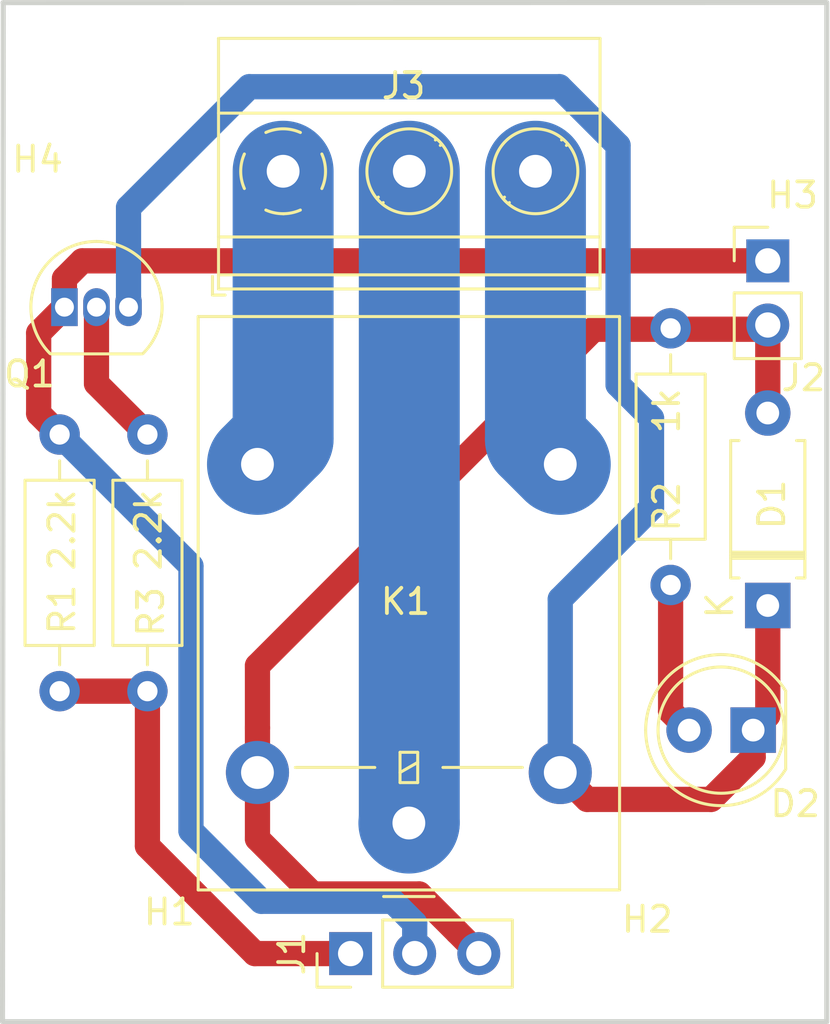
<source format=kicad_pcb>
(kicad_pcb (version 20171130) (host pcbnew 5.0.0-fee4fd1~66~ubuntu14.04.1)

  (general
    (thickness 1.6)
    (drawings 4)
    (tracks 54)
    (zones 0)
    (modules 14)
    (nets 14)
  )

  (page A4)
  (layers
    (0 F.Cu signal)
    (31 B.Cu signal)
    (32 B.Adhes user)
    (33 F.Adhes user)
    (34 B.Paste user)
    (35 F.Paste user)
    (36 B.SilkS user)
    (37 F.SilkS user)
    (38 B.Mask user)
    (39 F.Mask user)
    (40 Dwgs.User user)
    (41 Cmts.User user)
    (42 Eco1.User user)
    (43 Eco2.User user)
    (44 Edge.Cuts user)
    (45 Margin user)
    (46 B.CrtYd user)
    (47 F.CrtYd user)
    (48 B.Fab user)
    (49 F.Fab user)
  )

  (setup
    (last_trace_width 1)
    (user_trace_width 1)
    (user_trace_width 4)
    (trace_clearance 0.2)
    (zone_clearance 0.508)
    (zone_45_only no)
    (trace_min 0.2)
    (segment_width 0.2)
    (edge_width 0.1)
    (via_size 0.8)
    (via_drill 0.4)
    (via_min_size 0.4)
    (via_min_drill 0.3)
    (uvia_size 0.3)
    (uvia_drill 0.1)
    (uvias_allowed no)
    (uvia_min_size 0.2)
    (uvia_min_drill 0.1)
    (pcb_text_width 0.3)
    (pcb_text_size 1.5 1.5)
    (mod_edge_width 0.15)
    (mod_text_size 1 1)
    (mod_text_width 0.15)
    (pad_size 1.5 1.5)
    (pad_drill 0.6)
    (pad_to_mask_clearance 0)
    (aux_axis_origin 0 0)
    (visible_elements FFFFFF7F)
    (pcbplotparams
      (layerselection 0x010fc_ffffffff)
      (usegerberextensions false)
      (usegerberattributes false)
      (usegerberadvancedattributes false)
      (creategerberjobfile false)
      (excludeedgelayer true)
      (linewidth 0.100000)
      (plotframeref false)
      (viasonmask false)
      (mode 1)
      (useauxorigin false)
      (hpglpennumber 1)
      (hpglpenspeed 20)
      (hpglpendiameter 15.000000)
      (psnegative false)
      (psa4output false)
      (plotreference true)
      (plotvalue true)
      (plotinvisibletext false)
      (padsonsilk false)
      (subtractmaskfromsilk false)
      (outputformat 1)
      (mirror false)
      (drillshape 1)
      (scaleselection 1)
      (outputdirectory ""))
  )

  (net 0 "")
  (net 1 "Net-(D1-Pad1)")
  (net 2 VCC)
  (net 3 "Net-(D2-Pad2)")
  (net 4 "Net-(H1-Pad1)")
  (net 5 "Net-(H2-Pad1)")
  (net 6 "Net-(H3-Pad1)")
  (net 7 "Net-(H4-Pad1)")
  (net 8 trigger)
  (net 9 GND)
  (net 10 relay_off)
  (net 11 relay_arm)
  (net 12 relay_on)
  (net 13 "Net-(Q1-Pad2)")

  (net_class Default "This is the default net class."
    (clearance 0.2)
    (trace_width 0.25)
    (via_dia 0.8)
    (via_drill 0.4)
    (uvia_dia 0.3)
    (uvia_drill 0.1)
    (add_net GND)
    (add_net "Net-(D1-Pad1)")
    (add_net "Net-(D2-Pad2)")
    (add_net "Net-(H1-Pad1)")
    (add_net "Net-(H2-Pad1)")
    (add_net "Net-(H3-Pad1)")
    (add_net "Net-(H4-Pad1)")
    (add_net "Net-(Q1-Pad2)")
    (add_net VCC)
    (add_net relay_arm)
    (add_net relay_off)
    (add_net relay_on)
    (add_net trigger)
  )

  (module Diode_THT:D_A-405_P7.62mm_Horizontal (layer F.Cu) (tedit 5AE50CD5) (tstamp 5C0C9056)
    (at 114.20856 81.8896 90)
    (descr "Diode, A-405 series, Axial, Horizontal, pin pitch=7.62mm, , length*diameter=5.2*2.7mm^2, , http://www.diodes.com/_files/packages/A-405.pdf")
    (tags "Diode A-405 series Axial Horizontal pin pitch 7.62mm  length 5.2mm diameter 2.7mm")
    (path /5BE01E1F)
    (fp_text reference D1 (at 4.00304 0.15748 270) (layer F.SilkS)
      (effects (font (size 1 1) (thickness 0.15)))
    )
    (fp_text value 1N4004 (at 2.8956 1.63576 90) (layer F.Fab)
      (effects (font (size 1 1) (thickness 0.15)))
    )
    (fp_line (start 1.21 -1.35) (end 1.21 1.35) (layer F.Fab) (width 0.1))
    (fp_line (start 1.21 1.35) (end 6.41 1.35) (layer F.Fab) (width 0.1))
    (fp_line (start 6.41 1.35) (end 6.41 -1.35) (layer F.Fab) (width 0.1))
    (fp_line (start 6.41 -1.35) (end 1.21 -1.35) (layer F.Fab) (width 0.1))
    (fp_line (start 0 0) (end 1.21 0) (layer F.Fab) (width 0.1))
    (fp_line (start 7.62 0) (end 6.41 0) (layer F.Fab) (width 0.1))
    (fp_line (start 1.99 -1.35) (end 1.99 1.35) (layer F.Fab) (width 0.1))
    (fp_line (start 2.09 -1.35) (end 2.09 1.35) (layer F.Fab) (width 0.1))
    (fp_line (start 1.89 -1.35) (end 1.89 1.35) (layer F.Fab) (width 0.1))
    (fp_line (start 1.09 -1.14) (end 1.09 -1.47) (layer F.SilkS) (width 0.12))
    (fp_line (start 1.09 -1.47) (end 6.53 -1.47) (layer F.SilkS) (width 0.12))
    (fp_line (start 6.53 -1.47) (end 6.53 -1.14) (layer F.SilkS) (width 0.12))
    (fp_line (start 1.09 1.14) (end 1.09 1.47) (layer F.SilkS) (width 0.12))
    (fp_line (start 1.09 1.47) (end 6.53 1.47) (layer F.SilkS) (width 0.12))
    (fp_line (start 6.53 1.47) (end 6.53 1.14) (layer F.SilkS) (width 0.12))
    (fp_line (start 1.99 -1.47) (end 1.99 1.47) (layer F.SilkS) (width 0.12))
    (fp_line (start 2.11 -1.47) (end 2.11 1.47) (layer F.SilkS) (width 0.12))
    (fp_line (start 1.87 -1.47) (end 1.87 1.47) (layer F.SilkS) (width 0.12))
    (fp_line (start -1.15 -1.6) (end -1.15 1.6) (layer F.CrtYd) (width 0.05))
    (fp_line (start -1.15 1.6) (end 8.77 1.6) (layer F.CrtYd) (width 0.05))
    (fp_line (start 8.77 1.6) (end 8.77 -1.6) (layer F.CrtYd) (width 0.05))
    (fp_line (start 8.77 -1.6) (end -1.15 -1.6) (layer F.CrtYd) (width 0.05))
    (fp_text user %R (at 3.7719 0.0635 90) (layer F.Fab)
      (effects (font (size 1 1) (thickness 0.15)))
    )
    (fp_text user K (at 0 -1.9 90) (layer F.Fab)
      (effects (font (size 1 1) (thickness 0.15)))
    )
    (fp_text user K (at 0 -1.9 90) (layer F.SilkS)
      (effects (font (size 1 1) (thickness 0.15)))
    )
    (pad 1 thru_hole rect (at 0 0 90) (size 1.8 1.8) (drill 0.9) (layers *.Cu *.Mask)
      (net 1 "Net-(D1-Pad1)"))
    (pad 2 thru_hole oval (at 7.62 0 90) (size 1.8 1.8) (drill 0.9) (layers *.Cu *.Mask)
      (net 2 VCC))
    (model ${KISYS3DMOD}/Diode_THT.3dshapes/D_A-405_P7.62mm_Horizontal.wrl
      (at (xyz 0 0 0))
      (scale (xyz 1 1 1))
      (rotate (xyz 0 0 0))
    )
  )

  (module LED_THT:LED_D5.0mm (layer F.Cu) (tedit 5995936A) (tstamp 5C0C8632)
    (at 113.62944 86.82228 180)
    (descr "LED, diameter 5.0mm, 2 pins, http://cdn-reichelt.de/documents/datenblatt/A500/LL-504BC2E-009.pdf")
    (tags "LED diameter 5.0mm 2 pins")
    (path /5BE01ED7)
    (fp_text reference D2 (at -1.66624 -2.91592 180) (layer F.SilkS)
      (effects (font (size 1 1) (thickness 0.15)))
    )
    (fp_text value LED (at 1.94564 -2.44348 180) (layer F.Fab)
      (effects (font (size 1 1) (thickness 0.15)))
    )
    (fp_arc (start 1.27 0) (end -1.23 -1.469694) (angle 299.1) (layer F.Fab) (width 0.1))
    (fp_arc (start 1.27 0) (end -1.29 -1.54483) (angle 148.9) (layer F.SilkS) (width 0.12))
    (fp_arc (start 1.27 0) (end -1.29 1.54483) (angle -148.9) (layer F.SilkS) (width 0.12))
    (fp_circle (center 1.27 0) (end 3.77 0) (layer F.Fab) (width 0.1))
    (fp_circle (center 1.27 0) (end 3.77 0) (layer F.SilkS) (width 0.12))
    (fp_line (start -1.23 -1.469694) (end -1.23 1.469694) (layer F.Fab) (width 0.1))
    (fp_line (start -1.29 -1.545) (end -1.29 1.545) (layer F.SilkS) (width 0.12))
    (fp_line (start -1.95 -3.25) (end -1.95 3.25) (layer F.CrtYd) (width 0.05))
    (fp_line (start -1.95 3.25) (end 4.5 3.25) (layer F.CrtYd) (width 0.05))
    (fp_line (start 4.5 3.25) (end 4.5 -3.25) (layer F.CrtYd) (width 0.05))
    (fp_line (start 4.5 -3.25) (end -1.95 -3.25) (layer F.CrtYd) (width 0.05))
    (fp_text user %R (at 1.25 0 180) (layer F.Fab)
      (effects (font (size 0.8 0.8) (thickness 0.2)))
    )
    (pad 1 thru_hole rect (at 0 0 180) (size 1.8 1.8) (drill 0.9) (layers *.Cu *.Mask)
      (net 1 "Net-(D1-Pad1)"))
    (pad 2 thru_hole circle (at 2.54 0 180) (size 1.8 1.8) (drill 0.9) (layers *.Cu *.Mask)
      (net 3 "Net-(D2-Pad2)"))
    (model ${KISYS3DMOD}/LED_THT.3dshapes/LED_D5.0mm.wrl
      (at (xyz 0 0 0))
      (scale (xyz 1 1 1))
      (rotate (xyz 0 0 0))
    )
  )

  (module MountingHole:MountingHole_3.2mm_M3 (layer F.Cu) (tedit 56D1B4CB) (tstamp 5C0C863A)
    (at 87.5919 93.7895)
    (descr "Mounting Hole 3.2mm, no annular, M3")
    (tags "mounting hole 3.2mm no annular m3")
    (path /5BE1572A)
    (attr virtual)
    (fp_text reference H1 (at 2.89814 0.23622) (layer F.SilkS)
      (effects (font (size 1 1) (thickness 0.15)))
    )
    (fp_text value MountingHole_Pad (at 3.72618 3.21818) (layer F.Fab)
      (effects (font (size 1 1) (thickness 0.15)))
    )
    (fp_text user %R (at 0.3 0) (layer F.Fab)
      (effects (font (size 1 1) (thickness 0.15)))
    )
    (fp_circle (center 0 0) (end 3.2 0) (layer Cmts.User) (width 0.15))
    (fp_circle (center 0 0) (end 3.45 0) (layer F.CrtYd) (width 0.05))
    (pad 1 np_thru_hole circle (at 0 0) (size 3.2 3.2) (drill 3.2) (layers *.Cu *.Mask)
      (net 4 "Net-(H1-Pad1)"))
  )

  (module MountingHole:MountingHole_3.2mm_M3 (layer F.Cu) (tedit 56D1B4CB) (tstamp 5C0C8642)
    (at 112.3696 93.98)
    (descr "Mounting Hole 3.2mm, no annular, M3")
    (tags "mounting hole 3.2mm no annular m3")
    (path /5BE164A2)
    (attr virtual)
    (fp_text reference H2 (at -2.93624 0.33528) (layer F.SilkS)
      (effects (font (size 1 1) (thickness 0.15)))
    )
    (fp_text value MountingHole_Pad (at -3.34772 3.02768) (layer F.Fab)
      (effects (font (size 1 1) (thickness 0.15)))
    )
    (fp_circle (center 0 0) (end 3.45 0) (layer F.CrtYd) (width 0.05))
    (fp_circle (center 0 0) (end 3.2 0) (layer Cmts.User) (width 0.15))
    (fp_text user %R (at 0.3 0) (layer F.Fab)
      (effects (font (size 1 1) (thickness 0.15)))
    )
    (pad 1 np_thru_hole circle (at 0 0) (size 3.2 3.2) (drill 3.2) (layers *.Cu *.Mask)
      (net 5 "Net-(H2-Pad1)"))
  )

  (module MountingHole:MountingHole_3.2mm_M3 (layer F.Cu) (tedit 56D1B4CB) (tstamp 5C0C864A)
    (at 112.0267 62.6491)
    (descr "Mounting Hole 3.2mm, no annular, M3")
    (tags "mounting hole 3.2mm no annular m3")
    (path /5BE164D6)
    (attr virtual)
    (fp_text reference H3 (at 3.1623 2.99466) (layer F.SilkS)
      (effects (font (size 1 1) (thickness 0.15)))
    )
    (fp_text value MountingHole_Pad (at -2.82194 -2.62382) (layer F.Fab)
      (effects (font (size 1 1) (thickness 0.15)))
    )
    (fp_text user %R (at 0.3 0) (layer F.Fab)
      (effects (font (size 1 1) (thickness 0.15)))
    )
    (fp_circle (center 0 0) (end 3.2 0) (layer Cmts.User) (width 0.15))
    (fp_circle (center 0 0) (end 3.45 0) (layer F.CrtYd) (width 0.05))
    (pad 1 np_thru_hole circle (at 0 0) (size 3.2 3.2) (drill 3.2) (layers *.Cu *.Mask)
      (net 6 "Net-(H3-Pad1)"))
  )

  (module MountingHole:MountingHole_3.2mm_M3 (layer F.Cu) (tedit 56D1B4CB) (tstamp 5C0C8652)
    (at 87.8205 62.8523)
    (descr "Mounting Hole 3.2mm, no annular, M3")
    (tags "mounting hole 3.2mm no annular m3")
    (path /5BE16506)
    (attr virtual)
    (fp_text reference H4 (at -2.5527 1.37414) (layer F.SilkS)
      (effects (font (size 1 1) (thickness 0.15)))
    )
    (fp_text value MountingHole_Pad (at 3.50774 -2.7051) (layer F.Fab)
      (effects (font (size 1 1) (thickness 0.15)))
    )
    (fp_circle (center 0 0) (end 3.45 0) (layer F.CrtYd) (width 0.05))
    (fp_circle (center 0 0) (end 3.2 0) (layer Cmts.User) (width 0.15))
    (fp_text user %R (at 0.3 0) (layer F.Fab)
      (effects (font (size 1 1) (thickness 0.15)))
    )
    (pad 1 np_thru_hole circle (at 0 0) (size 3.2 3.2) (drill 3.2) (layers *.Cu *.Mask)
      (net 7 "Net-(H4-Pad1)"))
  )

  (module Connector_PinHeader_2.54mm:PinHeader_1x03_P2.54mm_Vertical (layer F.Cu) (tedit 59FED5CC) (tstamp 5C0C8669)
    (at 97.6757 95.6691 90)
    (descr "Through hole straight pin header, 1x03, 2.54mm pitch, single row")
    (tags "Through hole pin header THT 1x03 2.54mm single row")
    (path /5BDFCBAA)
    (fp_text reference J1 (at 0 -2.33 90) (layer F.SilkS)
      (effects (font (size 1 1) (thickness 0.15)))
    )
    (fp_text value "trigger input" (at 1.90246 2.2225 180) (layer F.Fab)
      (effects (font (size 1 1) (thickness 0.15)))
    )
    (fp_line (start -0.635 -1.27) (end 1.27 -1.27) (layer F.Fab) (width 0.1))
    (fp_line (start 1.27 -1.27) (end 1.27 6.35) (layer F.Fab) (width 0.1))
    (fp_line (start 1.27 6.35) (end -1.27 6.35) (layer F.Fab) (width 0.1))
    (fp_line (start -1.27 6.35) (end -1.27 -0.635) (layer F.Fab) (width 0.1))
    (fp_line (start -1.27 -0.635) (end -0.635 -1.27) (layer F.Fab) (width 0.1))
    (fp_line (start -1.33 6.41) (end 1.33 6.41) (layer F.SilkS) (width 0.12))
    (fp_line (start -1.33 1.27) (end -1.33 6.41) (layer F.SilkS) (width 0.12))
    (fp_line (start 1.33 1.27) (end 1.33 6.41) (layer F.SilkS) (width 0.12))
    (fp_line (start -1.33 1.27) (end 1.33 1.27) (layer F.SilkS) (width 0.12))
    (fp_line (start -1.33 0) (end -1.33 -1.33) (layer F.SilkS) (width 0.12))
    (fp_line (start -1.33 -1.33) (end 0 -1.33) (layer F.SilkS) (width 0.12))
    (fp_line (start -1.8 -1.8) (end -1.8 6.85) (layer F.CrtYd) (width 0.05))
    (fp_line (start -1.8 6.85) (end 1.8 6.85) (layer F.CrtYd) (width 0.05))
    (fp_line (start 1.8 6.85) (end 1.8 -1.8) (layer F.CrtYd) (width 0.05))
    (fp_line (start 1.8 -1.8) (end -1.8 -1.8) (layer F.CrtYd) (width 0.05))
    (fp_text user %R (at 0 2.54 180) (layer F.Fab)
      (effects (font (size 1 1) (thickness 0.15)))
    )
    (pad 1 thru_hole rect (at 0 0 90) (size 1.7 1.7) (drill 1) (layers *.Cu *.Mask)
      (net 8 trigger))
    (pad 2 thru_hole oval (at 0 2.54 90) (size 1.7 1.7) (drill 1) (layers *.Cu *.Mask)
      (net 9 GND))
    (pad 3 thru_hole oval (at 0 5.08 90) (size 1.7 1.7) (drill 1) (layers *.Cu *.Mask)
      (net 2 VCC))
    (model ${KISYS3DMOD}/Connector_PinHeader_2.54mm.3dshapes/PinHeader_1x03_P2.54mm_Vertical.wrl
      (at (xyz 0 0 0))
      (scale (xyz 1 1 1))
      (rotate (xyz 0 0 0))
    )
  )

  (module TerminalBlock_Phoenix:TerminalBlock_Phoenix_MKDS-1,5-3_1x03_P5.00mm_Horizontal (layer F.Cu) (tedit 5B294EE5) (tstamp 5C0C86B5)
    (at 95.00108 64.69888)
    (descr "Terminal Block Phoenix MKDS-1,5-3, 3 pins, pitch 5mm, size 15x9.8mm^2, drill diamater 1.3mm, pad diameter 2.6mm, see http://www.farnell.com/datasheets/100425.pdf, script-generated using https://github.com/pointhi/kicad-footprint-generator/scripts/TerminalBlock_Phoenix")
    (tags "THT Terminal Block Phoenix MKDS-1,5-3 pitch 5mm size 15x9.8mm^2 drill 1.3mm pad 2.6mm")
    (path /5BE01C50)
    (fp_text reference J3 (at 4.7752 -3.38328) (layer F.SilkS)
      (effects (font (size 1 1) (thickness 0.15)))
    )
    (fp_text value "output terminal" (at 5 5.66) (layer F.Fab)
      (effects (font (size 1 1) (thickness 0.15)))
    )
    (fp_arc (start 0 0) (end 0 1.68) (angle -24) (layer F.SilkS) (width 0.12))
    (fp_arc (start 0 0) (end 1.535 0.684) (angle -48) (layer F.SilkS) (width 0.12))
    (fp_arc (start 0 0) (end 0.684 -1.535) (angle -48) (layer F.SilkS) (width 0.12))
    (fp_arc (start 0 0) (end -1.535 -0.684) (angle -48) (layer F.SilkS) (width 0.12))
    (fp_arc (start 0 0) (end -0.684 1.535) (angle -25) (layer F.SilkS) (width 0.12))
    (fp_circle (center 0 0) (end 1.5 0) (layer F.Fab) (width 0.1))
    (fp_circle (center 5 0) (end 6.5 0) (layer F.Fab) (width 0.1))
    (fp_circle (center 5 0) (end 6.68 0) (layer F.SilkS) (width 0.12))
    (fp_circle (center 10 0) (end 11.5 0) (layer F.Fab) (width 0.1))
    (fp_circle (center 10 0) (end 11.68 0) (layer F.SilkS) (width 0.12))
    (fp_line (start -2.5 -5.2) (end 12.5 -5.2) (layer F.Fab) (width 0.1))
    (fp_line (start 12.5 -5.2) (end 12.5 4.6) (layer F.Fab) (width 0.1))
    (fp_line (start 12.5 4.6) (end -2 4.6) (layer F.Fab) (width 0.1))
    (fp_line (start -2 4.6) (end -2.5 4.1) (layer F.Fab) (width 0.1))
    (fp_line (start -2.5 4.1) (end -2.5 -5.2) (layer F.Fab) (width 0.1))
    (fp_line (start -2.5 4.1) (end 12.5 4.1) (layer F.Fab) (width 0.1))
    (fp_line (start -2.56 4.1) (end 12.56 4.1) (layer F.SilkS) (width 0.12))
    (fp_line (start -2.5 2.6) (end 12.5 2.6) (layer F.Fab) (width 0.1))
    (fp_line (start -2.56 2.6) (end 12.56 2.6) (layer F.SilkS) (width 0.12))
    (fp_line (start -2.5 -2.3) (end 12.5 -2.3) (layer F.Fab) (width 0.1))
    (fp_line (start -2.56 -2.301) (end 12.56 -2.301) (layer F.SilkS) (width 0.12))
    (fp_line (start -2.56 -5.261) (end 12.56 -5.261) (layer F.SilkS) (width 0.12))
    (fp_line (start -2.56 4.66) (end 12.56 4.66) (layer F.SilkS) (width 0.12))
    (fp_line (start -2.56 -5.261) (end -2.56 4.66) (layer F.SilkS) (width 0.12))
    (fp_line (start 12.56 -5.261) (end 12.56 4.66) (layer F.SilkS) (width 0.12))
    (fp_line (start 1.138 -0.955) (end -0.955 1.138) (layer F.Fab) (width 0.1))
    (fp_line (start 0.955 -1.138) (end -1.138 0.955) (layer F.Fab) (width 0.1))
    (fp_line (start 6.138 -0.955) (end 4.046 1.138) (layer F.Fab) (width 0.1))
    (fp_line (start 5.955 -1.138) (end 3.863 0.955) (layer F.Fab) (width 0.1))
    (fp_line (start 6.275 -1.069) (end 6.228 -1.023) (layer F.SilkS) (width 0.12))
    (fp_line (start 3.966 1.239) (end 3.931 1.274) (layer F.SilkS) (width 0.12))
    (fp_line (start 6.07 -1.275) (end 6.035 -1.239) (layer F.SilkS) (width 0.12))
    (fp_line (start 3.773 1.023) (end 3.726 1.069) (layer F.SilkS) (width 0.12))
    (fp_line (start 11.138 -0.955) (end 9.046 1.138) (layer F.Fab) (width 0.1))
    (fp_line (start 10.955 -1.138) (end 8.863 0.955) (layer F.Fab) (width 0.1))
    (fp_line (start 11.275 -1.069) (end 11.228 -1.023) (layer F.SilkS) (width 0.12))
    (fp_line (start 8.966 1.239) (end 8.931 1.274) (layer F.SilkS) (width 0.12))
    (fp_line (start 11.07 -1.275) (end 11.035 -1.239) (layer F.SilkS) (width 0.12))
    (fp_line (start 8.773 1.023) (end 8.726 1.069) (layer F.SilkS) (width 0.12))
    (fp_line (start -2.8 4.16) (end -2.8 4.9) (layer F.SilkS) (width 0.12))
    (fp_line (start -2.8 4.9) (end -2.3 4.9) (layer F.SilkS) (width 0.12))
    (fp_line (start -3 -5.71) (end -3 5.1) (layer F.CrtYd) (width 0.05))
    (fp_line (start -3 5.1) (end 13 5.1) (layer F.CrtYd) (width 0.05))
    (fp_line (start 13 5.1) (end 13 -5.71) (layer F.CrtYd) (width 0.05))
    (fp_line (start 13 -5.71) (end -3 -5.71) (layer F.CrtYd) (width 0.05))
    (fp_text user %R (at 5 3.2) (layer F.Fab)
      (effects (font (size 1 1) (thickness 0.15)))
    )
    (pad 1 thru_hole rect (at 0 0) (size 2.6 2.6) (drill 1.3) (layers *.Cu *.Mask)
      (net 10 relay_off))
    (pad 2 thru_hole circle (at 5 0) (size 2.6 2.6) (drill 1.3) (layers *.Cu *.Mask)
      (net 11 relay_arm))
    (pad 3 thru_hole circle (at 10 0) (size 2.6 2.6) (drill 1.3) (layers *.Cu *.Mask)
      (net 12 relay_on))
    (model ${KISYS3DMOD}/TerminalBlock_Phoenix.3dshapes/TerminalBlock_Phoenix_MKDS-1,5-3_1x03_P5.00mm_Horizontal.wrl
      (at (xyz 0 0 0))
      (scale (xyz 1 1 1))
      (rotate (xyz 0 0 0))
    )
  )

  (module Relay_THT:Relay_SPDT_Omron-G5LE-1 (layer F.Cu) (tedit 5AE38B37) (tstamp 5C0C86D7)
    (at 99.98456 90.5002 180)
    (descr "Omron Relay SPDT, http://www.omron.com/ecb/products/pdf/en-g5le.pdf")
    (tags "Omron Relay SPDT")
    (path /5BDFC8EE)
    (fp_text reference K1 (at 0.13208 8.76808 180) (layer F.SilkS)
      (effects (font (size 1 1) (thickness 0.15)))
    )
    (fp_text value G5LE-1 (at 0 20.95 180) (layer F.Fab)
      (effects (font (size 1 1) (thickness 0.15)))
    )
    (fp_line (start 0 -1.55) (end 1 -2.55) (layer F.Fab) (width 0.1))
    (fp_line (start 1 -2.55) (end 8.25 -2.55) (layer F.Fab) (width 0.1))
    (fp_line (start 8.25 -2.55) (end 8.25 19.95) (layer F.Fab) (width 0.1))
    (fp_line (start 8.25 19.95) (end -8.25 19.95) (layer F.Fab) (width 0.1))
    (fp_line (start -8.25 19.95) (end -8.25 -2.55) (layer F.Fab) (width 0.1))
    (fp_line (start -8.25 -2.55) (end -1 -2.55) (layer F.Fab) (width 0.1))
    (fp_line (start -1 -2.55) (end 0 -1.55) (layer F.Fab) (width 0.1))
    (fp_line (start -4.5 2) (end 4.5 2) (layer F.Fab) (width 0.1))
    (fp_line (start 8.35 20.05) (end 8.35 -2.65) (layer F.SilkS) (width 0.12))
    (fp_line (start 8.35 -2.65) (end -8.35 -2.65) (layer F.SilkS) (width 0.12))
    (fp_line (start -8.35 -2.65) (end -8.35 20.05) (layer F.SilkS) (width 0.12))
    (fp_line (start -8.35 20.05) (end 8.35 20.05) (layer F.SilkS) (width 0.12))
    (fp_line (start -0.35 2.4) (end 0.35 2) (layer F.SilkS) (width 0.12))
    (fp_line (start 0.35 2.8) (end 0.35 1.6) (layer F.SilkS) (width 0.12))
    (fp_line (start 0.35 1.6) (end -0.35 1.6) (layer F.SilkS) (width 0.12))
    (fp_line (start -0.35 1.6) (end -0.35 2.8) (layer F.SilkS) (width 0.12))
    (fp_line (start -0.35 2.8) (end 0.35 2.8) (layer F.SilkS) (width 0.12))
    (fp_line (start -1 -2.91) (end 1 -2.91) (layer F.SilkS) (width 0.12))
    (fp_line (start -4.5 2.2) (end -1.35 2.2) (layer F.SilkS) (width 0.12))
    (fp_line (start 1.35 2.2) (end 4.5 2.2) (layer F.SilkS) (width 0.12))
    (fp_line (start 8.5 20.2) (end 8.5 -2.8) (layer F.CrtYd) (width 0.05))
    (fp_line (start 8.5 -2.8) (end -8.5 -2.8) (layer F.CrtYd) (width 0.05))
    (fp_line (start -8.5 -2.8) (end -8.5 20.2) (layer F.CrtYd) (width 0.05))
    (fp_line (start -8.5 20.2) (end 8.5 20.2) (layer F.CrtYd) (width 0.05))
    (fp_text user %R (at 0 8.7 180) (layer F.Fab)
      (effects (font (size 1 1) (thickness 0.15)))
    )
    (pad 1 thru_hole rect (at 0 0 180) (size 2.5 2.5) (drill 1.3) (layers *.Cu *.Mask)
      (net 11 relay_arm))
    (pad 2 thru_hole oval (at -6 2 180) (size 2.5 2.5) (drill 1.3) (layers *.Cu *.Mask)
      (net 1 "Net-(D1-Pad1)"))
    (pad 3 thru_hole oval (at -6 14.2 180) (size 2.5 2.5) (drill 1.3) (layers *.Cu *.Mask)
      (net 12 relay_on))
    (pad 4 thru_hole oval (at 6 14.2 180) (size 2.5 2.5) (drill 1.3) (layers *.Cu *.Mask)
      (net 10 relay_off))
    (pad 5 thru_hole oval (at 6 2 180) (size 2.5 2.5) (drill 1.3) (layers *.Cu *.Mask)
      (net 2 VCC))
    (model ${KISYS3DMOD}/Relay_THT.3dshapes/Relay_SPDT_Omron-G5LE-1.wrl
      (at (xyz 0 0 0))
      (scale (xyz 1 1 1))
      (rotate (xyz 0 0 0))
    )
  )

  (module Package_TO_SOT_THT:TO-92_Inline (layer F.Cu) (tedit 5A1DD157) (tstamp 5C0C86E9)
    (at 86.3346 70.0786)
    (descr "TO-92 leads in-line, narrow, oval pads, drill 0.75mm (see NXP sot054_po.pdf)")
    (tags "to-92 sc-43 sc-43a sot54 PA33 transistor")
    (path /5BE1FF64)
    (fp_text reference Q1 (at -1.38176 2.64668) (layer F.SilkS)
      (effects (font (size 1 1) (thickness 0.15)))
    )
    (fp_text value PN2222A (at 1.17348 2.7686) (layer F.Fab)
      (effects (font (size 1 1) (thickness 0.15)))
    )
    (fp_text user %R (at 1.27 -3.56) (layer F.Fab)
      (effects (font (size 1 1) (thickness 0.15)))
    )
    (fp_line (start -0.53 1.85) (end 3.07 1.85) (layer F.SilkS) (width 0.12))
    (fp_line (start -0.5 1.75) (end 3 1.75) (layer F.Fab) (width 0.1))
    (fp_line (start -1.46 -2.73) (end 4 -2.73) (layer F.CrtYd) (width 0.05))
    (fp_line (start -1.46 -2.73) (end -1.46 2.01) (layer F.CrtYd) (width 0.05))
    (fp_line (start 4 2.01) (end 4 -2.73) (layer F.CrtYd) (width 0.05))
    (fp_line (start 4 2.01) (end -1.46 2.01) (layer F.CrtYd) (width 0.05))
    (fp_arc (start 1.27 0) (end 1.27 -2.48) (angle 135) (layer F.Fab) (width 0.1))
    (fp_arc (start 1.27 0) (end 1.27 -2.6) (angle -135) (layer F.SilkS) (width 0.12))
    (fp_arc (start 1.27 0) (end 1.27 -2.48) (angle -135) (layer F.Fab) (width 0.1))
    (fp_arc (start 1.27 0) (end 1.27 -2.6) (angle 135) (layer F.SilkS) (width 0.12))
    (pad 2 thru_hole oval (at 1.27 0) (size 1.05 1.5) (drill 0.75) (layers *.Cu *.Mask)
      (net 13 "Net-(Q1-Pad2)"))
    (pad 3 thru_hole oval (at 2.54 0) (size 1.05 1.5) (drill 0.75) (layers *.Cu *.Mask)
      (net 1 "Net-(D1-Pad1)"))
    (pad 1 thru_hole rect (at 0 0) (size 1.05 1.5) (drill 0.75) (layers *.Cu *.Mask)
      (net 9 GND))
    (model ${KISYS3DMOD}/Package_TO_SOT_THT.3dshapes/TO-92_Inline.wrl
      (at (xyz 0 0 0))
      (scale (xyz 1 1 1))
      (rotate (xyz 0 0 0))
    )
  )

  (module Resistor_THT:R_Axial_DIN0207_L6.3mm_D2.5mm_P10.16mm_Horizontal (layer F.Cu) (tedit 5BC814FF) (tstamp 5C0C8700)
    (at 86.1441 75.1205 270)
    (descr "Resistor, Axial_DIN0207 series, Axial, Horizontal, pin pitch=10.16mm, 0.25W = 1/4W, length*diameter=6.3*2.5mm^2, http://cdn-reichelt.de/documents/datenblatt/B400/1_4W%23YAG.pdf")
    (tags "Resistor Axial_DIN0207 series Axial Horizontal pin pitch 10.16mm 0.25W = 1/4W length 6.3mm diameter 2.5mm")
    (path /5BE1D8E2)
    (fp_text reference R1 (at 6.92658 -0.09398 90) (layer F.SilkS)
      (effects (font (size 1 1) (thickness 0.15)))
    )
    (fp_text value 2.2k (at 3.78206 -0.09398 90) (layer F.SilkS)
      (effects (font (size 1 1) (thickness 0.15)))
    )
    (fp_line (start 1.93 -1.25) (end 1.93 1.25) (layer F.Fab) (width 0.1))
    (fp_line (start 1.93 1.25) (end 8.23 1.25) (layer F.Fab) (width 0.1))
    (fp_line (start 8.23 1.25) (end 8.23 -1.25) (layer F.Fab) (width 0.1))
    (fp_line (start 8.23 -1.25) (end 1.93 -1.25) (layer F.Fab) (width 0.1))
    (fp_line (start 0 0) (end 1.93 0) (layer F.Fab) (width 0.1))
    (fp_line (start 10.16 0) (end 8.23 0) (layer F.Fab) (width 0.1))
    (fp_line (start 1.81 -1.37) (end 1.81 1.37) (layer F.SilkS) (width 0.12))
    (fp_line (start 1.81 1.37) (end 8.35 1.37) (layer F.SilkS) (width 0.12))
    (fp_line (start 8.35 1.37) (end 8.35 -1.37) (layer F.SilkS) (width 0.12))
    (fp_line (start 8.35 -1.37) (end 1.81 -1.37) (layer F.SilkS) (width 0.12))
    (fp_line (start 1.04 0) (end 1.81 0) (layer F.SilkS) (width 0.12))
    (fp_line (start 9.12 0) (end 8.35 0) (layer F.SilkS) (width 0.12))
    (fp_line (start -1.05 -1.5) (end -1.05 1.5) (layer F.CrtYd) (width 0.05))
    (fp_line (start -1.05 1.5) (end 11.21 1.5) (layer F.CrtYd) (width 0.05))
    (fp_line (start 11.21 1.5) (end 11.21 -1.5) (layer F.CrtYd) (width 0.05))
    (fp_line (start 11.21 -1.5) (end -1.05 -1.5) (layer F.CrtYd) (width 0.05))
    (fp_text user %R (at 5.08 0 270) (layer F.Fab)
      (effects (font (size 1 1) (thickness 0.15)))
    )
    (pad 1 thru_hole circle (at 0 0 270) (size 1.6 1.6) (drill 0.8) (layers *.Cu *.Mask)
      (net 9 GND))
    (pad 2 thru_hole oval (at 10.16 0 270) (size 1.6 1.6) (drill 0.8) (layers *.Cu *.Mask)
      (net 8 trigger))
    (model ${KISYS3DMOD}/Resistor_THT.3dshapes/R_Axial_DIN0207_L6.3mm_D2.5mm_P10.16mm_Horizontal.wrl
      (at (xyz 0 0 0))
      (scale (xyz 1 1 1))
      (rotate (xyz 0 0 0))
    )
  )

  (module Resistor_THT:R_Axial_DIN0207_L6.3mm_D2.5mm_P10.16mm_Horizontal (layer F.Cu) (tedit 5BC81539) (tstamp 5C0C9112)
    (at 110.35792 70.9168 270)
    (descr "Resistor, Axial_DIN0207 series, Axial, Horizontal, pin pitch=10.16mm, 0.25W = 1/4W, length*diameter=6.3*2.5mm^2, http://cdn-reichelt.de/documents/datenblatt/B400/1_4W%23YAG.pdf")
    (tags "Resistor Axial_DIN0207 series Axial Horizontal pin pitch 10.16mm 0.25W = 1/4W length 6.3mm diameter 2.5mm")
    (path /5BE01F43)
    (fp_text reference R2 (at 7.0612 0.15748 90) (layer F.SilkS)
      (effects (font (size 1 1) (thickness 0.15)))
    )
    (fp_text value 1k (at 3.26644 0.15748 270) (layer F.SilkS)
      (effects (font (size 1 1) (thickness 0.15)))
    )
    (fp_line (start 1.93 -1.25) (end 1.93 1.25) (layer F.Fab) (width 0.1))
    (fp_line (start 1.93 1.25) (end 8.23 1.25) (layer F.Fab) (width 0.1))
    (fp_line (start 8.23 1.25) (end 8.23 -1.25) (layer F.Fab) (width 0.1))
    (fp_line (start 8.23 -1.25) (end 1.93 -1.25) (layer F.Fab) (width 0.1))
    (fp_line (start 0 0) (end 1.93 0) (layer F.Fab) (width 0.1))
    (fp_line (start 10.16 0) (end 8.23 0) (layer F.Fab) (width 0.1))
    (fp_line (start 1.81 -1.37) (end 1.81 1.37) (layer F.SilkS) (width 0.12))
    (fp_line (start 1.81 1.37) (end 8.35 1.37) (layer F.SilkS) (width 0.12))
    (fp_line (start 8.35 1.37) (end 8.35 -1.37) (layer F.SilkS) (width 0.12))
    (fp_line (start 8.35 -1.37) (end 1.81 -1.37) (layer F.SilkS) (width 0.12))
    (fp_line (start 1.04 0) (end 1.81 0) (layer F.SilkS) (width 0.12))
    (fp_line (start 9.12 0) (end 8.35 0) (layer F.SilkS) (width 0.12))
    (fp_line (start -1.05 -1.5) (end -1.05 1.5) (layer F.CrtYd) (width 0.05))
    (fp_line (start -1.05 1.5) (end 11.21 1.5) (layer F.CrtYd) (width 0.05))
    (fp_line (start 11.21 1.5) (end 11.21 -1.5) (layer F.CrtYd) (width 0.05))
    (fp_line (start 11.21 -1.5) (end -1.05 -1.5) (layer F.CrtYd) (width 0.05))
    (fp_text user %R (at 5.08 0 270) (layer F.Fab)
      (effects (font (size 1 1) (thickness 0.15)))
    )
    (pad 1 thru_hole circle (at 0 0 270) (size 1.6 1.6) (drill 0.8) (layers *.Cu *.Mask)
      (net 2 VCC))
    (pad 2 thru_hole oval (at 10.16 0 270) (size 1.6 1.6) (drill 0.8) (layers *.Cu *.Mask)
      (net 3 "Net-(D2-Pad2)"))
    (model ${KISYS3DMOD}/Resistor_THT.3dshapes/R_Axial_DIN0207_L6.3mm_D2.5mm_P10.16mm_Horizontal.wrl
      (at (xyz 0 0 0))
      (scale (xyz 1 1 1))
      (rotate (xyz 0 0 0))
    )
  )

  (module Resistor_THT:R_Axial_DIN0207_L6.3mm_D2.5mm_P10.16mm_Horizontal (layer F.Cu) (tedit 5BC81528) (tstamp 5C0C8D1B)
    (at 89.6239 75.1205 270)
    (descr "Resistor, Axial_DIN0207 series, Axial, Horizontal, pin pitch=10.16mm, 0.25W = 1/4W, length*diameter=6.3*2.5mm^2, http://cdn-reichelt.de/documents/datenblatt/B400/1_4W%23YAG.pdf")
    (tags "Resistor Axial_DIN0207 series Axial Horizontal pin pitch 10.16mm 0.25W = 1/4W length 6.3mm diameter 2.5mm")
    (path /5BE02EEA)
    (fp_text reference R3 (at 7.01802 -0.12954 90) (layer F.SilkS)
      (effects (font (size 1 1) (thickness 0.15)))
    )
    (fp_text value 2.2k (at 3.78206 -0.0381 270) (layer F.SilkS)
      (effects (font (size 1 1) (thickness 0.15)))
    )
    (fp_text user %R (at 5.08 0 270) (layer F.Fab)
      (effects (font (size 1 1) (thickness 0.15)))
    )
    (fp_line (start 11.21 -1.5) (end -1.05 -1.5) (layer F.CrtYd) (width 0.05))
    (fp_line (start 11.21 1.5) (end 11.21 -1.5) (layer F.CrtYd) (width 0.05))
    (fp_line (start -1.05 1.5) (end 11.21 1.5) (layer F.CrtYd) (width 0.05))
    (fp_line (start -1.05 -1.5) (end -1.05 1.5) (layer F.CrtYd) (width 0.05))
    (fp_line (start 9.12 0) (end 8.35 0) (layer F.SilkS) (width 0.12))
    (fp_line (start 1.04 0) (end 1.81 0) (layer F.SilkS) (width 0.12))
    (fp_line (start 8.35 -1.37) (end 1.81 -1.37) (layer F.SilkS) (width 0.12))
    (fp_line (start 8.35 1.37) (end 8.35 -1.37) (layer F.SilkS) (width 0.12))
    (fp_line (start 1.81 1.37) (end 8.35 1.37) (layer F.SilkS) (width 0.12))
    (fp_line (start 1.81 -1.37) (end 1.81 1.37) (layer F.SilkS) (width 0.12))
    (fp_line (start 10.16 0) (end 8.23 0) (layer F.Fab) (width 0.1))
    (fp_line (start 0 0) (end 1.93 0) (layer F.Fab) (width 0.1))
    (fp_line (start 8.23 -1.25) (end 1.93 -1.25) (layer F.Fab) (width 0.1))
    (fp_line (start 8.23 1.25) (end 8.23 -1.25) (layer F.Fab) (width 0.1))
    (fp_line (start 1.93 1.25) (end 8.23 1.25) (layer F.Fab) (width 0.1))
    (fp_line (start 1.93 -1.25) (end 1.93 1.25) (layer F.Fab) (width 0.1))
    (pad 2 thru_hole oval (at 10.16 0 270) (size 1.6 1.6) (drill 0.8) (layers *.Cu *.Mask)
      (net 8 trigger))
    (pad 1 thru_hole circle (at 0 0 270) (size 1.6 1.6) (drill 0.8) (layers *.Cu *.Mask)
      (net 13 "Net-(Q1-Pad2)"))
    (model ${KISYS3DMOD}/Resistor_THT.3dshapes/R_Axial_DIN0207_L6.3mm_D2.5mm_P10.16mm_Horizontal.wrl
      (at (xyz 0 0 0))
      (scale (xyz 1 1 1))
      (rotate (xyz 0 0 0))
    )
  )

  (module Connector_PinHeader_2.54mm:PinHeader_1x02_P2.54mm_Vertical (layer F.Cu) (tedit 59FED5CC) (tstamp 5C0C9C74)
    (at 114.20856 68.24472)
    (descr "Through hole straight pin header, 1x02, 2.54mm pitch, single row")
    (tags "Through hole pin header THT 1x02 2.54mm single row")
    (path /5BE20456)
    (fp_text reference J2 (at 1.41224 4.63296) (layer F.SilkS)
      (effects (font (size 1 1) (thickness 0.15)))
    )
    (fp_text value "power input" (at 1.33604 -1.13284 90) (layer F.Fab)
      (effects (font (size 1 1) (thickness 0.15)))
    )
    (fp_line (start -0.635 -1.27) (end 1.27 -1.27) (layer F.Fab) (width 0.1))
    (fp_line (start 1.27 -1.27) (end 1.27 3.81) (layer F.Fab) (width 0.1))
    (fp_line (start 1.27 3.81) (end -1.27 3.81) (layer F.Fab) (width 0.1))
    (fp_line (start -1.27 3.81) (end -1.27 -0.635) (layer F.Fab) (width 0.1))
    (fp_line (start -1.27 -0.635) (end -0.635 -1.27) (layer F.Fab) (width 0.1))
    (fp_line (start -1.33 3.87) (end 1.33 3.87) (layer F.SilkS) (width 0.12))
    (fp_line (start -1.33 1.27) (end -1.33 3.87) (layer F.SilkS) (width 0.12))
    (fp_line (start 1.33 1.27) (end 1.33 3.87) (layer F.SilkS) (width 0.12))
    (fp_line (start -1.33 1.27) (end 1.33 1.27) (layer F.SilkS) (width 0.12))
    (fp_line (start -1.33 0) (end -1.33 -1.33) (layer F.SilkS) (width 0.12))
    (fp_line (start -1.33 -1.33) (end 0 -1.33) (layer F.SilkS) (width 0.12))
    (fp_line (start -1.8 -1.8) (end -1.8 4.35) (layer F.CrtYd) (width 0.05))
    (fp_line (start -1.8 4.35) (end 1.8 4.35) (layer F.CrtYd) (width 0.05))
    (fp_line (start 1.8 4.35) (end 1.8 -1.8) (layer F.CrtYd) (width 0.05))
    (fp_line (start 1.8 -1.8) (end -1.8 -1.8) (layer F.CrtYd) (width 0.05))
    (fp_text user %R (at 0 1.27 90) (layer F.Fab)
      (effects (font (size 1 1) (thickness 0.15)))
    )
    (pad 1 thru_hole rect (at 0 0) (size 1.7 1.7) (drill 1) (layers *.Cu *.Mask)
      (net 9 GND))
    (pad 2 thru_hole oval (at 0 2.54) (size 1.7 1.7) (drill 1) (layers *.Cu *.Mask)
      (net 2 VCC))
    (model ${KISYS3DMOD}/Connector_PinHeader_2.54mm.3dshapes/PinHeader_1x02_P2.54mm_Vertical.wrl
      (at (xyz 0 0 0))
      (scale (xyz 1 1 1))
      (rotate (xyz 0 0 0))
    )
  )

  (gr_line (start 83.88096 98.33356) (end 83.91144 58.02376) (layer Edge.Cuts) (width 0.2))
  (gr_line (start 116.54536 98.36404) (end 83.88096 98.36404) (layer Edge.Cuts) (width 0.2))
  (gr_line (start 116.54536 58.039) (end 116.54536 98.36404) (layer Edge.Cuts) (width 0.2))
  (gr_line (start 83.90128 58.02376) (end 116.54536 58.01868) (layer Edge.Cuts) (width 0.2))

  (segment (start 114.20856 86.24316) (end 113.62944 86.82228) (width 1) (layer F.Cu) (net 1))
  (segment (start 114.20856 81.8896) (end 114.20856 86.24316) (width 1) (layer F.Cu) (net 1))
  (segment (start 107.04984 89.56548) (end 105.98456 88.5002) (width 1) (layer F.Cu) (net 1))
  (segment (start 111.9632 89.56548) (end 107.04984 89.56548) (width 1) (layer F.Cu) (net 1))
  (segment (start 113.62944 87.89924) (end 111.9632 89.56548) (width 1) (layer F.Cu) (net 1))
  (segment (start 113.62944 86.82228) (end 113.62944 87.89924) (width 1) (layer F.Cu) (net 1))
  (segment (start 105.98456 81.63508) (end 105.98456 88.5002) (width 1) (layer B.Cu) (net 1))
  (segment (start 109.601 78.01864) (end 105.98456 81.63508) (width 1) (layer B.Cu) (net 1))
  (segment (start 109.601 74.4728) (end 109.601 78.01864) (width 1) (layer B.Cu) (net 1))
  (segment (start 108.27512 73.14692) (end 109.601 74.4728) (width 1) (layer B.Cu) (net 1))
  (segment (start 108.27512 63.6778) (end 108.27512 73.14692) (width 1) (layer B.Cu) (net 1))
  (segment (start 105.94848 61.35116) (end 108.27512 63.6778) (width 1) (layer B.Cu) (net 1))
  (segment (start 93.65996 61.35116) (end 105.94848 61.35116) (width 1) (layer B.Cu) (net 1))
  (segment (start 88.8746 66.13652) (end 93.65996 61.35116) (width 1) (layer B.Cu) (net 1))
  (segment (start 88.8746 70.0786) (end 88.8746 66.13652) (width 1) (layer B.Cu) (net 1))
  (segment (start 114.20856 74.2696) (end 114.20856 70.78472) (width 1) (layer F.Cu) (net 2))
  (segment (start 114.04092 70.95236) (end 114.20856 70.78472) (width 1) (layer F.Cu) (net 2))
  (segment (start 110.62716 70.95236) (end 114.04092 70.95236) (width 1) (layer F.Cu) (net 2))
  (segment (start 93.98456 86.732434) (end 93.98456 88.5002) (width 1) (layer F.Cu) (net 2))
  (segment (start 93.98456 84.27264) (end 93.98456 86.732434) (width 1) (layer F.Cu) (net 2))
  (segment (start 107.30484 70.95236) (end 93.98456 84.27264) (width 1) (layer F.Cu) (net 2))
  (segment (start 110.62716 70.95236) (end 107.30484 70.95236) (width 1) (layer F.Cu) (net 2))
  (segment (start 100.39604 93.30944) (end 101.905701 94.819101) (width 1) (layer F.Cu) (net 2))
  (segment (start 96.16948 93.30944) (end 100.39604 93.30944) (width 1) (layer F.Cu) (net 2))
  (segment (start 101.905701 94.819101) (end 102.7557 95.6691) (width 1) (layer F.Cu) (net 2))
  (segment (start 93.98456 91.12452) (end 96.16948 93.30944) (width 1) (layer F.Cu) (net 2))
  (segment (start 93.98456 88.5002) (end 93.98456 91.12452) (width 1) (layer F.Cu) (net 2))
  (segment (start 110.62716 86.36) (end 111.08944 86.82228) (width 1) (layer F.Cu) (net 3))
  (segment (start 110.35792 86.09076) (end 111.08944 86.82228) (width 1) (layer F.Cu) (net 3))
  (segment (start 110.35792 81.0768) (end 110.35792 86.09076) (width 1) (layer F.Cu) (net 3))
  (segment (start 89.6239 85.2805) (end 86.1441 85.2805) (width 1) (layer F.Cu) (net 8))
  (segment (start 93.88094 95.6691) (end 97.6757 95.6691) (width 1) (layer F.Cu) (net 8))
  (segment (start 89.6239 91.41206) (end 93.88094 95.6691) (width 1) (layer F.Cu) (net 8))
  (segment (start 89.6239 85.2805) (end 89.6239 91.41206) (width 1) (layer F.Cu) (net 8))
  (segment (start 86.1441 75.1205) (end 91.34856 80.32496) (width 1) (layer B.Cu) (net 9))
  (segment (start 94.13748 93.599) (end 99.347681 93.599) (width 1) (layer B.Cu) (net 9))
  (segment (start 99.347681 93.599) (end 100.2157 94.467019) (width 1) (layer B.Cu) (net 9))
  (segment (start 100.2157 94.467019) (end 100.2157 95.6691) (width 1) (layer B.Cu) (net 9))
  (segment (start 91.34856 90.81008) (end 94.13748 93.599) (width 1) (layer B.Cu) (net 9))
  (segment (start 91.34856 80.32496) (end 91.34856 90.81008) (width 1) (layer B.Cu) (net 9))
  (segment (start 85.31352 74.28992) (end 86.1441 75.1205) (width 1) (layer F.Cu) (net 9))
  (segment (start 85.31352 71.09968) (end 85.31352 74.28992) (width 1) (layer F.Cu) (net 9))
  (segment (start 86.3346 70.0786) (end 85.31352 71.09968) (width 1) (layer F.Cu) (net 9))
  (segment (start 87.04072 68.24472) (end 114.20856 68.24472) (width 1) (layer F.Cu) (net 9))
  (segment (start 86.3346 68.95084) (end 87.04072 68.24472) (width 1) (layer F.Cu) (net 9))
  (segment (start 86.3346 70.0786) (end 86.3346 68.95084) (width 1) (layer F.Cu) (net 9))
  (segment (start 95.00108 75.28368) (end 93.98456 76.3002) (width 4) (layer B.Cu) (net 10))
  (segment (start 95.00108 64.69888) (end 95.00108 75.28368) (width 4) (layer B.Cu) (net 10))
  (segment (start 100.00108 90.48368) (end 99.98456 90.5002) (width 4) (layer B.Cu) (net 11))
  (segment (start 100.00108 64.69888) (end 100.00108 90.48368) (width 4) (layer B.Cu) (net 11))
  (segment (start 105.00108 75.31672) (end 105.98456 76.3002) (width 4) (layer B.Cu) (net 12))
  (segment (start 105.00108 64.69888) (end 105.00108 75.31672) (width 4) (layer B.Cu) (net 12))
  (segment (start 87.6046 73.1012) (end 89.6239 75.1205) (width 1) (layer F.Cu) (net 13))
  (segment (start 87.6046 70.0786) (end 87.6046 73.1012) (width 1) (layer F.Cu) (net 13))

)

</source>
